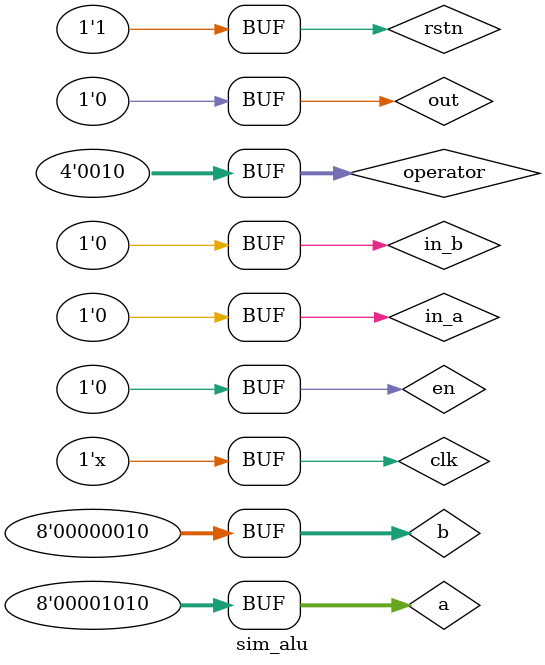
<source format=v>
module sim_alu;
reg clk,rstn,in_a,in_b,out,en;
reg [7:0] a,b;
wire [7:0]  data_out;
reg [3:0] operator;

always #5 clk = ~clk;

initial begin
    clk = 0;
    rstn = 0;
    in_a = 0;
    in_b = 0;
    out = 0;
    en = 0;
    a = 10;
    b = 2;
    operator = 0;
    #5 rstn = 1;
    #10 
    operator <= 2;
    in_a <= 1;
    in_b <= 0;
    out <= 0;
    en <= 0;
    #10
    in_a <= 0;
    in_b <= 1;
    out <= 0;
    en <= 0;
    #10
    in_a <= 0;
    in_b <= 0;
    en <= 1;
    out <= 0;
    #10
    in_a <= 0;
    in_b <= 0;
    en <= 0;
    out <= 1;
    #10
    in_a <= 0;
    in_b <= 0;
    en <= 0;
    out <= 0;    
end

ALU m1(
    .operator(operator),
   .in_a(in_a),
   .in_b(in_b),
   .out(out),
   .en(en),
   .data_out(data_out),
   .clk(clk),
   .rstn(rstn),
   .a(a),
   .b(b)
);

 
endmodule
</source>
